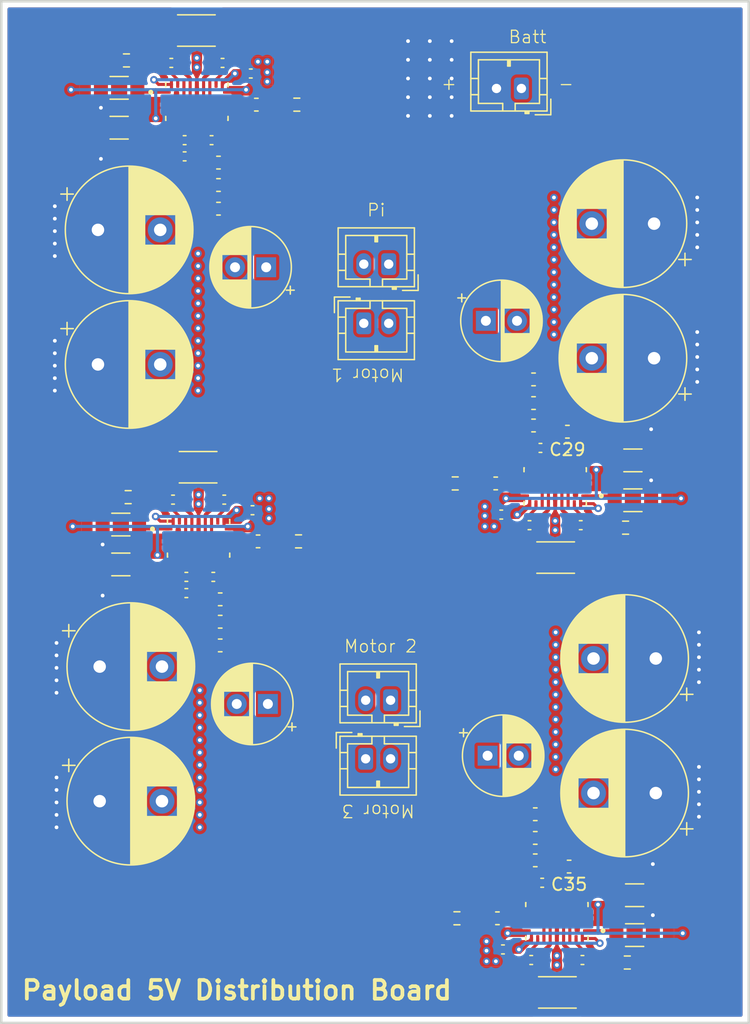
<source format=kicad_pcb>
(kicad_pcb (version 20240108) (generator "pcbnew") (generator_version "8.0")
  (layers (0 "F.Cu" signal) (1 "In1.Cu" signal) (2 "In2.Cu" signal) (31 "B.Cu" signal) (34 "B.Paste" user) (35 "F.Paste" user) (36 "B.SilkS" user "B.Silkscreen") (37 "F.SilkS" user "F.Silkscreen") (38 "B.Mask" user) (39 "F.Mask" user) (44 "Edge.Cuts" user))
  (net 0 "")
  (net 1 "Net-(U1-SW1)")
  (net 2 "Net-(U1-BOOT1)")
  (net 3 "Net-(U2-BOOT1)")
  (net 4 "Net-(U2-SW1)")
  (net 5 "Net-(U1-BOOT2)")
  (net 6 "Net-(U1-SW2)")
  (net 7 "Net-(U2-SW2)")
  (net 8 "Net-(U2-BOOT2)")
  (net 9 "BATT_V")
  (net 10 "GND")
  (net 11 "+5VM2")
  (net 12 "+5VPi")
  (net 13 "Net-(U1-COMP)")
  (net 14 "Net-(C23-Pad2)")
  (net 15 "Net-(U2-COMP)")
  (net 16 "Net-(C24-Pad2)")
  (net 17 "Net-(U1-EXTVCC)")
  (net 18 "Net-(U2-EXTVCC)")
  (net 19 "Net-(U3-SW1)")
  (net 20 "Net-(U3-BOOT1)")
  (net 21 "Net-(U3-BOOT2)")
  (net 22 "Net-(U3-SW2)")
  (net 23 "Net-(U4-BOOT1)")
  (net 24 "Net-(U4-SW1)")
  (net 25 "Net-(U4-BOOT2)")
  (net 26 "Net-(U4-SW2)")
  (net 27 "+5VM1")
  (net 28 "Net-(C44-Pad2)")
  (net 29 "Net-(U3-COMP)")
  (net 30 "+5VM3")
  (net 31 "Net-(U4-COMP)")
  (net 32 "Net-(C50-Pad2)")
  (net 33 "Net-(U3-EXTVCC)")
  (net 34 "Net-(U4-EXTVCC)")
  (net 35 "Net-(U1-EN{slash}UVLO)")
  (net 36 "Net-(U2-EN{slash}UVLO)")
  (net 37 "Net-(U1-FSW)")
  (net 38 "Net-(U2-FSW)")
  (net 39 "Net-(U3-EN{slash}UVLO)")
  (net 40 "Net-(U4-EN{slash}UVLO)")
  (net 41 "Net-(U3-FSW)")
  (net 42 "Net-(U4-FSW)")
  (footprint "Capacitor_SMD:C_0402_1005Metric" (layer "F.Cu") (at 158.28 95.85)
    (property "Reference" "C39" (hide yes))
    (property "Value" "1µF")
  )
  (footprint "Capacitor_SMD:C_0603_1608Metric" (layer "F.Cu") (at 157.8625 127.15)
    (property "Reference" "C47" (hide yes))
    (property "Value" "22µF")
  )
  (footprint "Capacitor_SMD:C_0402_1005Metric" (layer "F.Cu") (at 160.4425 95.85 180)
    (property "Reference" "C30" (hide yes))
    (property "Value" "1µF")
  )
  (footprint "Connector_JST:JST_PH_B2B-PH-K_1x02_P2.00mm_Vertical" (layer "F.Cu") (at 146.1 81.1 180)
    (property "Reference" "J5" (hide yes))
    (property "Value" "Motor Connector 3")
  )
  (footprint "Resistor_SMD:R_0603_1608Metric" (layer "F.Cu") (at 138.725 68.3)
    (property "Reference" "R8" (hide yes))
    (property "Value" "301")
  )
  (footprint "Capacitor_SMD:C_0402_1005Metric" (layer "F.Cu") (at 135.03 65.8)
    (property "Reference" "C26" (hide yes))
    (property "Value" "4.7µF")
  )
  (footprint "Resistor_SMD:R_1206_3216Metric" (layer "F.Cu") (at 124.4625 70.15 180)
    (property "Reference" "R7" (hide yes))
    (property "Value" "48.7k")
  )
  (footprint "Capacitor_SMD:C_0402_1005Metric" (layer "F.Cu") (at 158.4175 130.75)
    (property "Reference" "C45" (hide yes))
    (property "Value" "1µF")
  )
  (footprint "Resistor_SMD:R_1206_3216Metric" (layer "F.Cu") (at 165.7 100.05 180)
    (property "Reference" "R9" (hide yes))
    (property "Value" "221k")
  )
  (footprint "Capacitor_SMD:C_0402_1005Metric" (layer "F.Cu") (at 128.65 64.95)
    (property "Reference" "C2" (hide yes))
    (property "Value" "100nF")
  )
  (footprint "Capacitor_SMD:C_0402_1005Metric" (layer "F.Cu") (at 160.58 130.75 180)
    (property "Reference" "C36" (hide yes))
    (property "Value" "1µF")
  )
  (footprint "Capacitor_THT:CP_Radial_D10.0mm_P5.00mm" (layer "F.Cu") (at 122.9 124.2)
    (property "Reference" "C9" (hide yes))
    (property "Value" "82µF")
  )
  (footprint "Capacitor_SMD:C_0603_1608Metric" (layer "F.Cu") (at 135.475 68.3)
    (property "Reference" "C24" (hide yes))
    (property "Value" "56nF")
  )
  (footprint "Capacitor_SMD:C_0603_1608Metric" (layer "F.Cu") (at 157.8625 128.95)
    (property "Reference" "C46" (hide yes))
    (property "Value" "22µF")
  )
  (footprint "Capacitor_THT:CP_Radial_D6.3mm_P2.50mm" (layer "F.Cu") (at 154.03512 120.55)
    (property "Reference" "C49" (hide yes))
    (property "Value" "270µF")
  )
  (footprint "Capacitor_SMD:C_0603_1608Metric" (layer "F.Cu") (at 157.725 94.05)
    (property "Reference" "C40" (hide yes))
    (property "Value" "22µF")
  )
  (footprint "Capacitor_THT:CP_Radial_D10.0mm_P5.00mm" (layer "F.Cu") (at 167.5375 112.75 180)
    (property "Reference" "C37" (hide yes))
    (property "Value" "82µF")
  )
  (footprint "Capacitor_SMD:C_0402_1005Metric" (layer "F.Cu") (at 135.1675 100.85)
    (property "Reference" "C25" (hide yes))
    (property "Value" "4.7µF")
  )
  (footprint "Resistor_SMD:R_1206_3216Metric" (layer "F.Cu") (at 124.4625 66.95)
    (property "Reference" "R2" (hide yes))
    (property "Value" "221k")
  )
  (footprint "Capacitor_SMD:C_0603_1608Metric" (layer "F.Cu") (at 154.825 133.6 180)
    (property "Reference" "C50" (hide yes))
    (property "Value" "56nF")
  )
  (footprint "Capacitor_SMD:C_0603_1608Metric" (layer "F.Cu") (at 157.8625 125.25)
    (property "Reference" "C48" (hide yes))
    (property "Value" "22µF")
  )
  (footprint "Resistor_SMD:R_0603_1608Metric" (layer "F.Cu") (at 165.25 137.15)
    (property "Reference" "R12" (hide yes))
    (property "Value" "100k")
  )
  (footprint "Resistor_SMD:R_0603_1608Metric" (layer "F.Cu") (at 125.1875 99.8 180)
    (property "Reference" "R3" (hide yes))
    (property "Value" "100k")
  )
  (footprint "Capacitor_SMD:C_0603_1608Metric" (layer "F.Cu") (at 132.575 108 180)
    (property "Reference" "C14" (hide yes))
    (property "Value" "22µF")
  )
  (footprint "Capacitor_SMD:C_0603_1608Metric" (layer "F.Cu") (at 132.4375 72.95 180)
    (property "Reference" "C19" (hide yes))
    (property "Value" "22µF")
  )
  (footprint "Capacitor_THT:CP_Radial_D10.0mm_P5.00mm" (layer "F.Cu") (at 167.5375 123.55 180)
    (property "Reference" "C38" (hide yes))
    (property "Value" "82µF")
  )
  (footprint "Capacitor_SMD:C_0402_1005Metric" (layer "F.Cu") (at 155.1325 101.2 180)
    (property "Reference" "C51" (hide yes))
    (property "Value" "4.7µF")
  )
  (footprint "Connector_JST:JST_PH_B2B-PH-K_1x02_P2.00mm_Vertical" (layer "F.Cu") (at 144.25 120.8)
    (property "Reference" "J4" (hide yes))
    (property "Value" "Motor Connector 3" (hide yes))
  )
  (footprint "Capacitor_SMD:C_0402_1005Metric" (layer "F.Cu") (at 129.8575 106.2)
    (property "Reference" "C6" (hide yes))
    (property "Value" "1µF")
  )
  (footprint "Capacitor_SMD:C_0402_1005Metric" (layer "F.Cu") (at 155.27 136.1 180)
    (property "Reference" "C52" (hide yes))
    (property "Value" "4.7µF")
  )
  (footprint "Capacitor_SMD:C_0402_1005Metric" (layer "F.Cu") (at 131.8825 71.15 180)
    (property "Reference" "C18" (hide yes))
    (property "Value" "1µF")
  )
  (footprint "Inductor_SMD:L_Changjiang_FNR252010S" (layer "F.Cu") (at 159.6375 139.55 180)
    (property "Reference" "L4" (hide yes))
    (property "Value" "4.7µH")
  )
  (footprint "Capacitor_SMD:C_0603_1608Metric" (layer "F.Cu") (at 132.4375 76.65 180)
    (property "Reference" "C21" (hide yes))
    (property "Value" "22µF")
  )
  (footprint "Capacitor_SMD:C_0402_1005Metric" (layer "F.Cu") (at 129.72 72.45)
    (property "Reference" "C7" (hide yes))
    (property "Value" "10µF")
  )
  (footprint "Resistor_SMD:R_0603_1608Metric" (layer "F.Cu") (at 151.575 133.6 180)
    (property "Reference" "R16" (hide yes))
    (property "Value" "301")
  )
  (footprint "Connector_JST:JST_PH_B2B-PH-K_1x02_P2.00mm_Vertical" (layer "F.Cu") (at 156.75 67 180)
    (property "Reference" "J1" (hide yes))
    (property "Value" "Batt_Connector" (hide yes))
  )
  (footprint "Package_TO_SOT_SMD:CONV_TPS552892RYQR" (layer "F.Cu") (at 159.46 98.95 180)
    (property "Reference" "U3" (hide yes))
    (property "Value" "TPS552892RYQR" (hide yes))
  )
  (footprint "Package_TO_SOT_SMD:CONV_TPS552892RYQR" (layer "F.Cu") (at 159.5975 133.85 180)
    (property "Reference" "U4" (hide yes))
    (property "Value" "TPS552892RYQR" (hide yes))
  )
  (footprint "Capacitor_SMD:C_0402_1005Metric" (layer "F.Cu") (at 157.4 102.05)
    (property "Reference" "C28" (hide yes))
    (property "Value" "100nF")
  )
  (footprint "Resistor_SMD:R_0603_1608Metric" (layer "F.Cu") (at 125.05 64.75 180)
    (property "Reference" "R4" (hide yes))
    (property "Value" "100k")
  )
  (footprint "Capacitor_SMD:C_0402_1005Metric" (layer "F.Cu") (at 132.7625 64.95 180)
    (property "Reference" "C4" (hide yes))
    (property "Value" "100nF")
  )
  (footprint "Capacitor_THT:CP_Radial_D6.3mm_P2.50mm" (layer "F.Cu") (at 153.89762 85.65)
    (property "Reference" "C43" (hide yes))
    (property "Value" "270µF")
  )
  (footprint "Resistor_SMD:R_0603_1608Metric" (layer "F.Cu") (at 165.1125 102.25)
    (property "Reference" "R11" (hide yes))
    (property "Value" "100k")
  )
  (footprint "Capacitor_SMD:C_0603_1608Metric" (layer "F.Cu") (at 135.6125 103.35)
    (property "Reference" "C23" (hide yes))
    (property "Value" "56nF")
  )
  (footprint "Capacitor_SMD:C_0603_1608Metric" (layer "F.Cu") (at 160.58 129.45 180)
    (property "Reference" "C35")
    (property "Value" "10µF")
  )
  (footprint "Resistor_SMD:R_1206_3216Metric" (layer "F.Cu") (at 165.8375 134.95 180)
    (property "Reference" "R10" (hide yes))
    (property "Value" "221k")
  )
  (footprint "Capacitor_SMD:C_0402_1005Metric" (layer "F.Cu") (at 161.65 136.95 180)
    (property "Reference" "C33" (hide yes))
    (property "Value" "100nF")
  )
  (footprint "Capacitor_THT:CP_Radial_D10.0mm_P5.00mm" (layer "F.Cu") (at 167.4 77.85 180)
    (property "Reference" "C31" (hide yes))
    (property "Value" "82µF")
  )
  (footprint "Connector_JST:JST_PH_B2B-PH-K_1x02_P2.00mm_Vertical" (layer "F.Cu") (at 144.1 85.85)
    (property "Reference" "J2" (hide yes))
    (property "Value" "Motor Connector 1" (hide yes))
  )
  (footprint "Capacitor_SMD:C_0603_1608Metric" (layer "F.Cu") (at 132.575 111.7 180)
    (property "Reference" "C16" (hide yes))
    (property "Value" "22µF")
  )
  (footprint "Capacitor_SMD:C_0402_1005Metric" (layer "F.Cu") (at 129.8575 107.5)
    (property "Reference" "C5" (hide yes))
    (property "Value" "10µF")
  )
  (footprint "Capacitor_SMD:C_0402_1005Metric" (layer "F.Cu") (at 161.5125 102.05 180)
    (property "Reference" "C27" (hide yes))
    (property "Value" "100nF")
  )
  (footprint "Capacitor_SMD:C_0402_1005Metric" (layer "F.Cu") (at 132.02 106.2 180)
    (property "Reference" "C13" (hide yes))
    (property "Value" "1µF")
  )
  (footprint "Capacitor_THT:CP_Radial_D10.0mm_P5.00mm" (layer "F.Cu") (at 122.9 113.4)
    (property "Reference" "C10" (hide yes))
    (property "Value" "82µF")
  )
  (footprint "Capacitor_SMD:C_0402_1005Metric" (layer "F.Cu") (at 129.72 71.15)
    (property "Reference" "C8" (hide yes))
    (property "Value" "1µF")
  )
  (footprint "Capacitor_THT:CP_Radial_D10.0mm_P5.00mm" (layer "F.Cu") (at 122.7625 78.35)
    (property "Reference" "C12" (hide yes))
    (property "Value" "82µF")
  )
  (footprint "Resistor_SMD:R_1206_3216Metric" (layer "F.Cu") (at 165.7 96.85)
    (property "Reference" "R13" (hide yes))
    (property "Value" "48.7k")
  )
  (footprint "Capacitor_SMD:C_0603_1608Metric" (layer "F.Cu") (at 160.4425 94.55 180)
    (property "Reference" "C29")
    (property "Value" "10µF")
  )
  (footprint "Capacitor_THT:CP_Radial_D6.3mm_P2.50mm" (layer "F.Cu") (at 136.26488 81.35 180)
    (property "Reference" "C22" (hide yes))
    (property "Value" "270µF")
  )
  (footprint "Inductor_SMD:L_Changjiang_FNR252010S" (layer "F.Cu") (at 130.8 97.4)
    (property "Reference" "L1" (hide yes))
    (property "Value" "4.7µH")
  )
  (footprint "Capacitor_SMD:C_0603_1608Metric" (layer "F.Cu") (at 154.6875 98.7 180)
    (property "Reference" "C44" (hide yes))
    (property "Value" "56nF")
  )
  (footprint "Inductor_SMD:L_Changjiang_FNR252010S" (layer "F.Cu") (at 159.5 104.65 180)
    (property "Reference" "L3" (hide yes))
    (property "Value" "4.7µH")
  )
  (footprint "Capacitor_SMD:C_0402_1005Metric" (layer "F.Cu") (at 132.9 100 180)
    (property "Reference" "C3" (hide yes))
    (property "Value" "100nF")
  )
  (footprint "Resistor_SMD:R_1206_3216Metric" (layer "F.Cu") (at 124.6 102)
    (property "Reference" "R1" (hide yes))
    (property "Value" "221k")
  )
  (footprint "Capacitor_SMD:C_0603_1608Metric" (layer "F.Cu") (at 157.725 90.35)
    (property "Reference" "C42" (hide yes))
    (property "Value" "22µF")
  )
  (footprint "Capacitor_THT:CP_Radial_D6.3mm_P2.50mm" (layer "F.Cu") (at 136.40238 116.4 180)
    (property "Reference" "C17" (hide yes))
    (property "Value" "270µF")
  )
  (footprint "Capacitor_SMD:C_0603_1608Metric" (layer "F.Cu") (at 157.725 92.25)
    (property "Reference" "C41" (hide yes))
    (property "Value" "22µF")
  )
  (footprint "Inductor_SMD:L_Changjiang_FNR252010S" (layer "F.Cu") (at 130.6625 62.35)
    (property "Reference" "L2" (hide yes))
    (property "Value" "4.7µH")
  )
  (footprint "Capacitor_SMD:C_0603_1608Metric" (layer "F.Cu") (at 132.575 109.8 180)
    (property "Reference" "C15" (hide yes))
    (property "Value" "22µF")
  )
  (footprint "Capacitor_THT:CP_Radial_D10.0mm_P5.00mm" (layer "F.Cu") (at 122.7625 89.15)
    (property "Reference" "C11" (hide yes))
    (property "Value" "82µF")
  )
  (footprint "Capacitor_SMD:C_0402_1005Metric" (layer "F.Cu") (at 128.7875 100)
    (property "Reference" "C1" (hide yes))
    (property "Value" "100nF")
  )
  (footprint "Package_TO_SOT_SMD:CONV_TPS552892RYQR" (layer "F.Cu") (at 130.84 103.1)
    (property "Reference" "U1" (hide yes))
    (property "Value" "TPS552892RYQR" (hide yes))
  )
  (footprint "Capacitor_THT:CP_Radial_D10.0mm_P5.00mm" (layer "F.Cu") (at 167.4 88.65 180)
    (property "Reference" "C32" (hide yes))
    (property "Value" "82µF")
  )
  (footprint "Resistor_SMD:R_1206_3216Metric" (layer "F.Cu") (at 124.6 105.2 180)
    (property "Reference" "R5" (hide yes))
    (property "Value" "48.7k")
  )
  (footprint "Resistor_SMD:R_1206_3216Metric" (layer "F.Cu") (at 165.8375 131.75)
    (property "Reference" "R15" (hide yes))
    (property "Value" "48.7k")
  )
  (footprint "Capacitor_SMD:C_0603_1608Metric" (layer "F.Cu") (at 132.4375 74.75 180)
    (property "Reference" "C20" (hide yes))
    (property "Value" "22µF")
  )
  (footprint "Resistor_SMD:R_0603_1608Metric" (layer "F.Cu") (at 138.8625 103.35)
    (property "Reference" "R6" (hide yes))
    (property "Value" "301")
  )
  (footprint "Resistor_SMD:R_0603_1608Metric" (layer "F.Cu") (at 151.4375 98.7 180)
    (property "Reference" "R14" (hide yes))
    (property "Value" "301")
  )
  (footprint "Package_TO_SOT_SMD:CONV_TPS552892RYQR" (layer "F.Cu") (at 130.7025 68.05)
    (property "Reference" "U2" (hide yes))
    (property "Value" "TPS552892RYQR" (hide yes))
  )
  (footprint "Capacitor_SMD:C_0402_1005Metric" (layer "F.Cu") (at 157.5375 136.95)
    (property "Reference" "C34" (hide yes))
    (property "Value" "100nF")
  )
  (footprint "Connector_JST:JST_PH_B2B-PH-K_1x02_P2.00mm_Vertical" (layer "F.Cu") (at 146.25 116.1 180)
    (property "Reference" "J3" (hide yes))
    (property "Value" "Motor Connector 2" (hide yes))
  )
  (gr_rect (start 115 60) (end 175 142) (stroke (width 0.2)) (fill none) (layer "Edge.Cuts"))
  (gr_text "Motor 1" (at 147.4 89.4 180) (layer "F.SilkS") (effects (font (size 1 1) (thickness 0.1)) (justify left bottom)))
  (gr_text "+" (at 150.25 67.2 0) (layer "F.SilkS") (effects (font (size 1 1) (thickness 0.1)) (justify left bottom)))
  (gr_text "Batt" (at 155.65 63.45 0) (layer "F.SilkS") (effects (font (size 1 1) (thickness 0.1)) (justify left bottom)))
  (gr_text "Pi" (at 144.3 77.35 0) (layer "F.SilkS") (effects (font (size 1 1) (thickness 0.1)) (justify left bottom)))
  (gr_text "Motor 3" (at 148.25 124.4 180) (layer "F.SilkS") (effects (font (size 1 1) (thickness 0.1)) (justify left bottom)))
  (gr_text "Payload 5V Distribution Board" (at 116.5 140.25 0) (layer "F.SilkS") (effects (font (size 1.5 1.5) (thickness 0.3) (bold yes)) (justify left bottom)))
  (gr_text "Motor 2" (at 142.45 112.35 0) (layer "F.SilkS") (effects (font (size 1 1) (thickness 0.1)) (justify left bottom)))
  (gr_text "-" (at 159.65 67.2 0) (layer "F.SilkS") (effects (font (size 1 1) (thickness 0.1)) (justify left bottom)))
  (segment (start 129.3 101.7) (end 129.3 101.343284) (width 0.25) (layer "F.Cu") (net 2))
  (segment (start 129.3 101.343284) (end 128.3075 100.350784) (width 0.25) (layer "F.Cu") (net 2))
  (segment (start 128.3075 100.350784) (end 128.3075 100) (width 0.25) (layer "F.Cu") (net 2))
  (segment (start 129.1625 66.65) (end 129.1625 66.293284) (width 0.25) (layer "F.Cu") (net 3))
  (segment (start 128.17 65.300784) (end 128.17 64.95) (width 0.25) (layer "F.Cu") (net 3))
  (segment (start 129.1625 66.293284) (end 128.17 65.300784) (width 0.25) (layer "F.Cu") (net 3))
  (segment (start 132.38 101.343284) (end 132.38 101.7) (width 0.25) (layer "F.Cu") (net 5))
  (segment (start 133.38 100) (end 133.38 100.343284) (width 0.25) (layer "F.Cu") (net 5))
  (segment (start 133.38 100.343284) (end 132.38 101.343284) (width 0.25) (layer "F.Cu") (net 5))
  (segment (start 133.2425 65.293284) (end 132.2425 66.293284) (width 0.25) (layer "F.Cu") (net 8))
  (segment (start 132.2425 66.293284) (end 132.2425 66.65) (width 0.25) (layer "F.Cu") (net 8))
  (segment (start 133.2425 64.95) (end 133.2425 65.293284) (width 0.25) (layer "F.Cu") (net 8))
  (segment (start 123.1375 103.6) (end 123.1375 102) (width 0.2) (layer "F.Cu") (net 9))
  (segment (start 167.3 133.35) (end 167.3 134.95) (width 0.2) (layer "F.Cu") (net 9))
  (segment (start 167.1625 98.45) (end 167.1625 100.05) (width 0.2) (layer "F.Cu") (net 9))
  (segment (start 123 68.55) (end 123 66.95) (width 0.2) (layer "F.Cu") (net 9))
  (via (at 119.3 87.25) (size 0.6) (drill 0.3) (layers "F.Cu" "B.Cu") (net 9))
  (via (at 171 125.45) (size 0.6) (drill 0.3) (layers "F.Cu" "B.Cu") (net 9))
  (via (at 119.4375 123.3) (size 0.6) (drill 0.3) (layers "F.Cu" "B.Cu") (net 9))
  (via (at 147.65 64.7) (size 0.6) (drill 0.3) (layers "F.Cu" "B.Cu") (net 9))
  (via (at 119.4375 125.3) (size 0.6) (drill 0.3) (layers "F.Cu" "B.Cu") (net 9))
  (via (at 147.65 66.2) (size 0.6) (drill 0.3) (layers "F.Cu" "B.Cu") (net 9))
  (via (at 119.4375 126.3) (size 0.6) (drill 0.3) (layers "F.Cu" "B.Cu") (net 9))
  (via (at 171 124.45) (size 0.6) (drill 0.3) (layers "F.Cu" "B.Cu") (net 9))
  (via (at 119.4375 113.5) (size 0.6) (drill 0.3) (layers "F.Cu" "B.Cu") (net 9))
  (via (at 170.8625 79.75) (size 0.6) (drill 0.3) (layers "F.Cu" "B.Cu") (net 9))
  (via (at 170.8625 77.75) (size 0.6) (drill 0.3) (layers "F.Cu" "B.Cu") (net 9))
  (via (at 119.3 76.45) (size 0.6) (drill 0.3) (layers "F.Cu" "B.Cu") (net 9))
  (via (at 171 123.45) (size 0.6) (drill 0.3) (layers "F.Cu" "B.Cu") (net 9))
  (via (at 119.3 91.25) (size 0.6) (drill 0.3) (layers "F.Cu" "B.Cu") (net 9))
  (via (at 149.4 69.2) (size 0.6) (drill 0.3) (layers "F.Cu" "B.Cu") (net 9))
  (via (at 170.8625 76.75) (size 0.6) (drill 0.3) (layers "F.Cu" "B.Cu") (net 9))
  (via (at 119.3 89.25) (size 0.6) (drill 0.3) (layers "F.Cu" "B.Cu") (net 9))
  (via (at 151.15 64.7) (size 0.6) (drill 0.3) (layers "F.Cu" "B.Cu") (net 9))
  (via (at 170.8625 90.55) (size 0.6) (drill 0.3) (layers "F.Cu" "B.Cu") (net 9))
  (via (at 167.1625 98.45) (size 0.6) (drill 0.3) (layers "F.Cu" "B.Cu") (net 9))
  (via (at 170.8625 89.55) (size 0.6) (drill 0.3) (layers "F.Cu" "B.Cu") (net 9))
  (via (at 123 72.65) (size 0.6) (drill 0.3) (layers "F.Cu" "B.Cu") (net 9))
  (via (at 119.4375 115.5) (size 0.6) (drill 0.3) (layers "F.Cu" "B.Cu") (net 9))
  (via (at 171 110.65) (size 0.6) (drill 0.3) (layers "F.Cu" "B.Cu") (net 9))
  (via (at 119.4375 114.5) (size 0.6) (drill 0.3) (layers "F.Cu" "B.Cu") (net 9))
  (via (at 151.15 67.7) (size 0.6) (drill 0.3) (layers "F.Cu" "B.Cu") (net 9))
  (via (at 167.1625 94.35) (size 0.6) (drill 0.3) (layers "F.Cu" "B.Cu") (net 9))
  (via (at 123.1375 107.7) (size 0.6) (drill 0.3) (layers "F.Cu" "B.Cu") (net 9))
  (via (at 171 121.45) (size 0.6) (drill 0.3) (layers "F.Cu" "B.Cu") (net 9))
  (via (at 149.4 67.7) (size 0.6) (drill 0.3) (layers "F.Cu" "B.Cu") (net 9))
  (via (at 170.8625 75.75) (size 0.6) (drill 0.3) (layers "F.Cu" "B.Cu") (net 9))
  (via (at 119.3 78.45) (size 0.6) (drill 0.3) (layers "F.Cu" "B.Cu") (net 9))
  (via (at 119.4375 124.3) (size 0.6) (drill 0.3) (layers "F.Cu" "B.Cu") (net 9))
  (via (at 149.4 66.2) (size 0.6) (drill 0.3) (layers "F.Cu" "B.Cu") (net 9))
  (via (at 119.3 90.25) (size 0.6) (drill 0.3) (layers "F.Cu" "B.Cu") (net 9))
  (via (at 147.65 63.2) (size 0.6) (drill 0.3) (layers "F.Cu" "B.Cu") (net 9))
  (via (at 171 112.65) (size 0.6) (drill 0.3) (layers "F.Cu" "B.Cu") (net 9))
  (via (at 147.65 69.2) (size 0.6) (drill 0.3) (layers "F.Cu" "B.Cu") (net 9))
  (via (at 171 111.65) (size 0.6) (drill 0.3) (layers "F.Cu" "B.Cu") (net 9))
  (via (at 123 68.55) (size 0.6) (drill 0.3) (layers "F.Cu" "B.Cu") (net 9))
  (via (at 123.1375 103.6) (size 0.6) (drill 0.3) (layers "F.Cu" "B.Cu") (net 9))
  (via (at 151.15 69.2) (size 0.6) (drill 0.3) (layers "F.Cu" "B.Cu") (net 9))
  (via (at 119.3 79.45) (size 0.6) (drill 0.3) (layers "F.Cu" "B.Cu") (net 9))
  (via (at 119.3 80.45) (size 0.6) (drill 0.3) (layers "F.Cu" "B.Cu") (net 9))
  (via (at 147.65 67.7) (size 0.6) (drill 0.3) (layers "F.Cu" "B.Cu") (net 9))
  (via (at 149.4 64.7) (size 0.6) (drill 0.3) (layers "F.Cu" "B.Cu") (net 9))
  (via (at 170.8625 88.55) (size 0.6) (drill 0.3) (layers "F.Cu" "B.Cu") (net 9))
  (via (at 170.8625 86.55) (size 0.6) (drill 0.3) (layers "F.Cu" "B.Cu") (net 9))
  (via (at 119.4375 112.5) (size 0.6) (drill 0.3) (layers "F.Cu" "B.Cu") (net 9))
  (via (at 167.3 129.25) (size 0.6) (drill 0.3) (layers "F.Cu" "B.Cu") (net 9))
  (via (at 171 122.45) (size 0.6) (drill 0.3) (layers "F.Cu" "B.Cu") (net 9))
  (via (at 151.15 66.2) (size 0.6) (drill 0.3) (layers "F.Cu" "B.Cu") (net 9))
  (via (at 170.8625 78.75) (size 0.6) (drill 0.3) (layers "F.Cu" "B.Cu") (net 9))
  (via (at 119.3 88.25) (size 0.6) (drill 0.3) (layers "F.Cu" "B.Cu") (net 9))
  (via (at 170.8625 87.55) (size 0.6) (drill 0.3) (layers "F.Cu" "B.Cu") (net 9))
  (via (at 119.3 77.45) (size 0.6) (drill 0.3) (layers "F.Cu" "B.Cu") (net 9))
  (via (at 119.4375 111.5) (size 0.6) (drill 0.3) (layers "F.Cu" "B.Cu") (net 9))
  (via (at 119.4375 122.3) (size 0.6) (drill 0.3) (layers "F.Cu" "B.Cu") (net 9))
  (via (at 171 114.65) (size 0.6) (drill 0.3) (layers "F.Cu" "B.Cu") (net 9))
  (via (at 149.4 63.2) (size 0.6) (drill 0.3) (layers "F.Cu" "B.Cu") (net 9))
  (via (at 167.3 133.35) (size 0.6) (drill 0.3) (layers "F.Cu" "B.Cu") (net 9))
  (via (at 151.15 63.2) (size 0.6) (drill 0.3) (layers "F.Cu" "B.Cu") (net 9))
  (via (at 171 113.65) (size 0.6) (drill 0.3) (layers "F.Cu" "B.Cu") (net 9))
  (segment (start 167.1625 94.35) (end 167.1625 98.45) (width 0.2) (layer "B.Cu") (net 9))
  (segment (start 123 72.65) (end 123 68.55) (width 0.2) (layer "B.Cu") (net 9))
  (segment (start 167.3 129.25) (end 167.3 133.35) (width 0.2) (layer "B.Cu") (net 9))
  (segment (start 123.1375 107.7) (end 123.1375 103.6) (width 0.2) (layer "B.Cu") (net 9))
  (segment (start 127.5625 104.475) (end 127.5375 104.45) (width 0.25) (layer "F.Cu") (net 10))
  (segment (start 128.6625 69.425) (end 127.425 69.425) (width 0.25) (layer "F.Cu") (net 10))
  (segment (start 162.7375 97.575) (end 162.7625 97.6) (width 0.25) (layer "F.Cu") (net 10))
  (segment (start 161.6375 132.475) (end 162.875 132.475) (width 0.25) (layer "F.Cu") (net 10))
  (segment (start 161.5 97.575) (end 162.7375 97.575) (width 0.25) (layer "F.Cu") (net 10))
  (segment (start 128.8 104.475) (end 127.5625 104.475) (width 0.25) (layer "F.Cu") (net 10))
  (segment (start 127.425 69.425) (end 127.4 69.4) (width 0.25) (layer "F.Cu") (net 10))
  (segment (start 162.875 132.475) (end 162.9 132.5) (width 0.25) (layer "F.Cu") (net 10))
  (via (at 130.9375 118.3) (size 0.6) (drill 0.3) (layers "F.Cu" "B.Cu") (net 10))
  (via (at 135.7375 99.9) (size 0.6) (drill 0.3) (layers "F.Cu" "B.Cu") (net 10))
  (via (at 159.3625 76.75) (size 0.6) (drill 0.3) (layers "F.Cu" "B.Cu") (net 10))
  (via (at 154.5625 102.15) (size 0.6) (drill 0.3) (layers "F.Cu" "B.Cu") (net 10))
  (via (at 127.5375 104.45) (size 0.6) (drill 0.3) (layers "F.Cu" "B.Cu") (net 10))
  (via (at 159.5 112.65) (size 0.6) (drill 0.3) (layers "F.Cu" "B.Cu") (net 10))
  (via (at 159.5 111.65) (size 0.6) (drill 0.3) (layers "F.Cu" "B.Cu") (net 10))
  (via (at 130.8 85.25) (size 0.6) (drill 0.3) (layers "F.Cu" "B.Cu") (net 10))
  (via (at 130.8 81.25) (size 0.6) (drill 0.3) (layers "F.Cu" "B.Cu") (net 10))
  (via (at 130.8 91.25) (size 0.6) (drill 0.3) (layers "F.Cu" "B.Cu") (net 10))
  (via (at 159.3625 78.75) (size 0.6) (drill 0.3) (layers "F.Cu" "B.Cu") (net 10))
  (via (at 153.8125 101.3) (size 0.6) (drill 0.3) (layers "F.Cu" "B.Cu") (net 10))
  (via (at 130.8 87.25) (size 0.6) (drill 0.3) (layers "F.Cu" "B.Cu") (net 10))
  (via (at 159.6 136.6) (size 0.6) (drill 0.3) (layers "F.Cu" "B.Cu") (net 10))
  (via (at 159.3625 82.75) (size 0.6) (drill 0.3) (layers "F.Cu" "B.Cu") (net 10))
  (via (at 130.7 64.55) (size 0.6) (drill 0.3) (layers "F.Cu" "B.Cu") (net 10))
  (via (at 169.7 134.8) (size 0.6) (drill 0.3) (layers "F.Cu" "B.Cu") (net 10))
  (via (at 136.35 65.7) (size 0.6) (drill 0.3) (layers "F.Cu" "B.Cu") (net 10))
  (via (at 155.65 134.8) (size 0.6) (drill 0.3) (layers "F.Cu" "B.Cu") (net 10))
  (via (at 130.8 82.25) (size 0.6) (drill 0.3) (layers "F.Cu" "B.Cu") (net 10))
  (via (at 134.65 67.1) (size 0.6) (drill 0.3) (layers "F.Cu" "B.Cu") (net 10))
  (via (at 130.9375 122.3) (size 0.6) (drill 0.3) (layers "F.Cu" "B.Cu") (net 10))
  (via (at 159.3625 81.75) (size 0.6) (drill 0.3) (layers "F.Cu" "B.Cu") (net 10))
  (via (at 130.8 88.25) (size 0.6) (drill 0.3) (layers "F.Cu" "B.Cu") (net 10))
  (via (at 162.9 132.5) (size 0.6) (drill 0.3) (layers "F.Cu" "B.Cu") (net 10))
  (via (at 159.3625 86.75) (size 0.6) (drill 0.3) (layers "F.Cu" "B.Cu") (net 10))
  (via (at 130.9375 125.3) (size 0.6) (drill 0.3) (layers "F.Cu" "B.Cu") (net 10))
  (via (at 159.3625 75.75) (size 0.6) (drill 0.3) (layers "F.Cu" "B.Cu") (net 10))
  (via (at 159.6 137.35) (size 0.6) (drill 0.3) (layers "F.Cu" "B.Cu") (net 10))
  (via (at 130.9375 120.3) (size 0.6) (drill 0.3) (layers "F.Cu" "B.Cu") (net 10))
  (via (at 155.5125 99.9) (size 0.6) (drill 0.3) (layers "F.Cu" "B.Cu") (net 10))
  (via (at 130.9375 123.3) (size 0.6) (drill 0.3) (layers "F.Cu" "B.Cu") (net 10))
  (via (at 159.3625 83.75) (size 0.6) (drill 0.3) (layers "F.Cu" "B.Cu") (net 10))
  (via (at 136.4875 100.75) (size 0.6) (drill 0.3) (layers "F.Cu" "B.Cu") (net 10))
  (via (at 159.3625 84.75) (size 0.6) (drill 0.3) (layers "F.Cu" "B.Cu") (net 10))
  (via (at 159.3625 77.75) (size 0.6) (drill 0.3) (layers "F.Cu" "B.Cu") (net 10))
  (via (at 130.9375 119.3) (size 0.6) (drill 0.3) (layers "F.Cu" "B.Cu") (net 10))
  (via (at 159.5 113.65) (size 0.6) (drill 0.3) (layers "F.Cu" "B.Cu") (net 10))
  (via (at 159.5 117.65) (size 0.6) (drill 0.3) (layers "F.Cu" "B.Cu") (net 10))
  (via (at 130.8 80.25) (size 0.6) (drill 0.3) (layers "F.Cu" "B.Cu") (net 10))
  (via (at 162.7625 97.6) (size 0.6) (drill 0.3) (layers "F.Cu" "B.Cu") (net 10))
  (via (at 130.9375 117.3) (size 0.6) (drill 0.3) (layers "F.Cu" "B.Cu") (net 10))
  (via (at 154.7 137.05) (size 0.6) (drill 0.3) (layers "F.Cu" "B.Cu") (net 10))
  (via (at 136.35 64.85) (size 0.6) (drill 0.3) (layers "F.Cu" "B.Cu") (net 10))
  (via (at 120.7375 102.15) (size 0.6) (drill 0.3) (layers "F.Cu" "B.Cu") (net 10))
  (via (at 135.6 64.85) (size 0.6) (drill 0.3) (layers "F.Cu" "B.Cu") (net 10))
  (via (at 159.5 120.65) (size 0.6) (drill 0.3) (layers "F.Cu" "B.Cu") (net 10))
  (via (at 153.8125 102.15) (size 0.6) (drill 0.3) (layers "F.Cu" "B.Cu") (net 10))
  (via (at 159.4625 102.45) (size 0.6) (drill 0.3) (layers "F.Cu" "B.Cu") (net 10))
  (via (at 130.8 84.25) (size 0.6) (drill 0.3) (layers "F.Cu" "B.Cu") (net 10))
  (via (at 159.4625 101.7) (size 0.6) (drill 0.3) (layers "F.Cu" "B.Cu") (net 10))
  (via (at 159.5 110.65) (size 0.6) (drill 0.3) (layers "F.Cu" "B.Cu") (net 10))
  (via (at 153.95 136.2) (size 0.6) (drill 0.3) (layers "F.Cu" "B.Cu") (net 10))
  (via (at 136.4875 101.5) (size 0.6) (drill 0.3) (layers "F.Cu" "B.Cu") (net 10))
  (via (at 153.95 137.05) (size 0.6) (drill 0.3) (layers "F.Cu" "B.Cu") (net 10))
  (via (at 159.3625 85.75) (size 0.6) (drill 0.3) (layers "F.Cu" "B.Cu") (net 10))
  (via (at 130.8 86.25) (size 0.6) (drill 0.3) (layers "F.Cu" "B.Cu") (net 10))
  (via (at 159.5 119.65) (size 0.6) (drill 0.3) (layers "F.Cu" "B.Cu") (net 10))
  (via (at 134.7875 102.15) (size 0.6) (drill 0.3) (layers "F.Cu" "B.Cu") (net 10))
  (via (at 159.5 116.65) (size 0.6) (drill 0.3) (layers "F.Cu" "B.Cu") (net 10))
  (via (at 130.9375 116.3) (size 0.6) (drill 0.3) (layers "F.Cu" "B.Cu") (net 10))
  (via (at 153.95 135.45) (size 0.6) (drill 0.3) (layers "F.Cu" "B.Cu") (net 10))
  (via (at 159.5 114.65) (size 0.6) (drill 0.3) (layers "F.Cu" "B.Cu") (net 10))
  (via (at 136.35 66.45) (size 0.6) (drill 0.3) (layers "F.Cu" "B.Cu") (net 10))
  (via (at 130.8 90.25) (size 0.6) (drill 0.3) (layers "F.Cu" "B.Cu") (net 10))
  (via (at 159.5 118.65) (size 0.6) (drill 0.3) (layers "F.Cu" "B.Cu") (net 10))
  (via (at 130.9375 121.3) (size 0.6) (drill 0.3) (layers "F.Cu" "B.Cu") (net 10))
  (via (at 130.8375 100.35) (size 0.6) (drill 0.3) (layers "F.Cu" "B.Cu") (net 10))
  (via (at 127.4 69.4) (size 0.6) (drill 0.3) (layers "F.Cu" "B.Cu") (net 10))
  (via (at 130.7 65.3) (size 0.6) (drill 0.3) (layers "F.Cu" "B.Cu") (net 10))
  (via (at 130.9375 126.3) (size 0.6) (drill 0.3) (layers "F.Cu" "B.Cu") (net 10))
  (via (at 130.9375 124.3) (size 0.6) (drill 0.3) (layers "F.Cu" "B.Cu") (net 10))
  (via (at 130.8 89.25) (size 0.6) (drill 0.3) (layers "F.Cu" "B.Cu") (net 10))
  (via (at 159.5 121.65) (size 0.6) (drill 0.3) (layers "F.Cu" "B.Cu") (net 10))
  (via (at 169.5625 99.9) (size 0.6) (drill 0.3) (layers "F.Cu" "B.Cu") (net 10))
  (via (at 130.8375 99.6) (size 0.6) (drill 0.3) (layers "F.Cu" "B.Cu") (net 10))
  (via (at 153.8125 100.55) (size 0.6) (drill 0.3) (layers "F.Cu" "B.Cu") (net 10))
  (via (at 130.9375 115.3) (size 0.6) (drill 0.3) (layers "F.Cu" "B.Cu") (net 10))
  (via (at 120.6 67.1) (size 0.6) (drill 0.3) (layers "F.Cu" "B.Cu") (net 10))
  (via (at 130.8 83.25) (size 0.6) (drill 0.3) (layers "F.Cu" "B.Cu") (net 10))
  (via (at 136.4875 99.9) (size 0.6) (drill 0.3) (layers "F.Cu" "B.Cu") (net 10))
  (via (at 159.5 115.65) (size 0.6) (drill 0.3) (layers "F.Cu" "B.Cu") (net 10))
  (via (at 159.3625 80.75) (size 0.6) (drill 0.3) (layers "F.Cu" "B.Cu") (net 10))
  (via (at 159.3625 79.75) (size 0.6) (drill 0.3) (layers "F.Cu" "B.Cu") (net 10))
  (segment (start 162.7625 99.9) (end 169.5625 99.9) (width 0.25) (layer "B.Cu") (net 10))
  (segment (start 127.5375 104.45) (end 127.5375 102.15) (width 0.25) (layer "B.Cu") (net 10))
  (segment (start 127.5375 102.15) (end 120.7375 102.15) (width 0.25) (layer "B.Cu") (net 10))
  (segment (start 155.5125 99.9) (end 162.7625 99.9) (width 0.25) (layer "B.Cu") (net 10))
  (segment (start 162.7625 97.6) (end 162.7625 99.9) (width 0.25) (layer "B.Cu") (net 10))
  (segment (start 162.9 134.8) (end 169.7 134.8) (width 0.25) (layer "B.Cu") (net 10))
  (segment (start 134.65 67.1) (end 127.4 67.1) (width 0.25) (layer "B.Cu") (net 10))
  (segment (start 155.65 134.8) (end 162.9 134.8) (width 0.25) (layer "B.Cu") (net 10))
  (segment (start 127.4 69.4) (end 127.4 67.1) (width 0.25) (layer "B.Cu") (net 10))
  (segment (start 127.4 67.1) (end 120.6 67.1) (width 0.25) (layer "B.Cu") (net 10))
  (segment (start 162.9 132.5) (end 162.9 134.8) (width 0.25) (layer "B.Cu") (net 10))
  (segment (start 134.7875 102.15) (end 127.5375 102.15) (width 0.25) (layer "B.Cu") (net 10))
  (segment (start 133.4375 105.9) (end 134.4875 106.95) (width 0.25) (layer "F.Cu") (net 11))
  (segment (start 132.88 104.475) (end 132.88 105.3425) (width 0.25) (layer "F.Cu") (net 11))
  (segment (start 134.4875 109.2) (end 134.4875 112.1) (width 0.25) (layer "F.Cu") (net 11))
  (segment (start 134.4875 106.95) (end 134.4875 109.2) (width 0.25) (layer "F.Cu") (net 11))
  (segment (start 132.88 105.3425) (end 133.4375 105.9) (width 0.25) (layer "F.Cu") (net 11))
  (segment (start 132.855 104.5) (end 132.88 104.475) (width 0.25) (layer "F.Cu") (net 11))
  (segment (start 132.38 104.5) (end 132.855 104.5) (width 0.25) (layer "F.Cu") (net 11))
  (segment (start 132.7175 69.45) (end 132.7425 69.425) (width 0.25) (layer "F.Cu") (net 12))
  (segment (start 134.35 71.9) (end 134.35 74.15) (width 0.25) (layer "F.Cu") (net 12))
  (segment (start 134.35 74.15) (end 134.35 77.05) (width 0.25) (layer "F.Cu") (net 12))
  (segment (start 132.2425 69.45) (end 132.7175 69.45) (width 0.25) (layer "F.Cu") (net 12))
  (segment (start 132.7425 70.2925) (end 133.3 70.85) (width 0.25) (layer "F.Cu") (net 12))
  (segment (start 133.3 70.85) (end 134.35 71.9) (width 0.25) (layer "F.Cu") (net 12))
  (segment (start 132.7425 69.425) (end 132.7425 70.2925) (width 0.25) (layer "F.Cu") (net 12))
  (segment (start 134.8375 103.35) (end 133.773492 103.35) (width 0.5) (layer "F.Cu") (net 13))
  (segment (start 133.24 103.35) (end 133.773492 103.35) (width 0.25) (layer "F.Cu") (net 13))
  (segment (start 136.3875 103.35) (end 138.0375 103.35) (width 0.5) (layer "F.Cu") (net 14))
  (segment (start 133.1025 68.3) (end 133.635992 68.3) (width 0.25) (layer "F.Cu") (net 15))
  (segment (start 134.7 68.3) (end 133.635992 68.3) (width 0.5) (layer "F.Cu") (net 15))
  (segment (start 136.25 68.3) (end 137.9 68.3) (width 0.5) (layer "F.Cu") (net 16))
  (segment (start 127.7625 101.725) (end 127.7375 101.7) (width 0.25) (layer "F.Cu") (net 17))
  (segment (start 128.8 101.725) (end 127.7625 101.725) (width 0.25) (layer "F.Cu") (net 17))
  (segment (start 127.7375 101.7) (end 127.3875 101.35) (width 0.25) (layer "F.Cu") (net 17))
  (via (at 127.3875 101.35) (size 0.6) (drill 0.3) (layers "F.Cu" "B.Cu") (net 17))
  (via (at 133.8875 100.85) (size 0.6) (drill 0.3) (layers "F.Cu" "B.Cu") (net 17))
  (segment (start 133.3875 101.35) (end 127.3875 101.35) (width 0.25) (layer "B.Cu") (net 17))
  (segment (start 133.8875 100.85) (end 133.3875 101.35) (width 0.25) (layer "B.Cu") (net 17))
  (segment (start 127.625 66.675) (end 127.6 66.65) (width 0.25) (layer "F.Cu") (net 18))
  (segment (start 127.6 66.65) (end 127.25 66.3) (width 0.25) (layer "F.Cu") (net 18))
  (segment (start 128.6625 66.675) (end 127.625 66.675) (width 0.25) (layer "F.Cu") (net 18))
  (via (at 127.25 66.3) (size 0.6) (drill 0.3) (layers "F.Cu" "B.Cu") (net 18))
  (via (at 133.75 65.8) (size 0.6) (drill 0.3) (layers "F.Cu" "B.Cu") (net 18))
  (segment (start 133.75 65.8) (end 133.25 66.3) (width 0.25) (layer "B.Cu") (net 18))
  (segment (start 133.25 66.3) (end 127.25 66.3) (width 0.25) (layer "B.Cu") (net 18))
  (segment (start 161.9925 101.699216) (end 161.9925 102.05) (width 0.25) (layer "F.Cu") (net 20))
  (segment (start 161 100.706716) (end 161.9925 101.699216) (width 0.25) (layer "F.Cu") (net 20))
  (segment (start 161 100.35) (end 161 100.706716) (width 0.25) (layer "F.Cu") (net 20))
  (segment (start 156.92 101.706716) (end 157.92 100.706716) (width 0.25) (layer "F.Cu") (net 21))
  (segment (start 157.92 100.706716) (end 157.92 100.35) (width 0.25) (layer "F.Cu") (net 21))
  (segment (start 156.92 102.05) (end 156.92 101.706716) (width 0.25) (layer "F.Cu") (net 21))
  (segment (start 161.1375 135.25) (end 161.1375 135.606716) (width 0.25) (layer "F.Cu") (net 23))
  (segment (start 162.13 136.599216) (end 162.13 136.95) (width 0.25) (layer "F.Cu") (net 23))
  (segment (start 161.1375 135.606716) (end 162.13 136.599216) (width 0.25) (layer "F.Cu") (net 23))
  (segment (start 157.0575 136.95) (end 157.0575 136.606716) (width 0.25) (layer "F.Cu") (net 25))
  (segment (start 158.0575 135.606716) (end 158.0575 135.25) (width 0.25) (layer "F.Cu") (net 25))
  (segment (start 157.0575 136.606716) (end 158.0575 135.606716) (width 0.25) (layer "F.Cu") (net 25))
  (segment (start 157.42 97.575) (end 157.42 96.7075) (width 0.25) (layer "F.Cu") (net 27))
  (segment (start 155.8125 92.85) (end 155.8125 89.95) (width 0.25) (layer "F.Cu") (net 27))
  (segment (start 157.92 97.55) (end 157.445 97.55) (width 0.25) (layer "F.Cu") (net 27))
  (segment (start 157.42 96.7075) (end 156.8625 96.15) (width 0.25) (layer "F.Cu") (net 27))
  (segment (start 155.8125 95.1) (end 155.8125 92.85) (width 0.25) (layer "F.Cu") (net 27))
  (segment (start 157.445 97.55) (end 157.42 97.575) (width 0.25) (layer "F.Cu") (net 27))
  (segment (start 156.8625 96.15) (end 155.8125 95.1) (width 0.25) (layer "F.Cu") (net 27))
  (segment (start 153.9125 98.7) (end 152.2625 98.7) (width 0.5) (layer "F.Cu") (net 28))
  (segment (start 155.4625 98.7) (end 156.526508 98.7) (width 0.5) (layer "F.Cu") (net 29))
  (segment (start 157.06 98.7) (end 156.526508 98.7) (width 0.25) (layer "F.Cu") (net 29))
  (segment (start 157.5575 131.6075) (end 157 131.05) (width 0.25) (layer "F.Cu") (net 30))
  (segment (start 155.95 130) (end 155.95 127.75) (width 0.25) (layer "F.Cu") (net 30))
  (segment (start 157.5825 132.45) (end 157.5575 132.475) (width 0.25) (layer "F.Cu") (net 30))
  (segment (start 157 131.05) (end 155.95 130) (width 0.25) (layer "F.Cu") (net 30))
  (segment (start 157.5575 132.475) (end 157.5575 131.6075) (width 0.25) (layer "F.Cu") (net 30))
  (segment (start 158.0575 132.45) (end 157.5825 132.45) (width 0.25) (layer "F.Cu") (net 30))
  (segment (start 155.95 127.75) (end 155.95 124.85) (width 0.25) (layer "F.Cu") (net 30))
  (segment (start 157.1975 133.6) (end 156.664008 133.6) (width 0.25) (layer "F.Cu") (net 31))
  (segment (start 155.6 133.6) (end 156.664008 133.6) (width 0.5) (layer "F.Cu") (net 31))
  (segment (start 154.05 133.6) (end 152.4 133.6) (width 0.5) (layer "F.Cu") (net 32))
  (segment (start 161.5 100.325) (end 162.5375 100.325) (width 0.25) (layer "F.Cu") (net 33))
  (segment (start 162.5375 100.325) (end 162.5625 100.35) (width 0.25) (layer "F.Cu") (net 33))
  (segment (start 162.5625 100.35) (end 162.9125 100.7) (width 0.25) (layer "F.Cu") (net 33))
  (via (at 156.4125 101.2) (size 0.6) (drill 0.3) (layers "F.Cu" "B.Cu") (net 33))
  (via (at 162.9125 100.7) (size 0.6) (drill 0.3) (layers "F.Cu" "B.Cu") (net 33))
  (segment (start 156.4125 101.2) (end 156.9125 100.7) (width 0.25) (layer "B.Cu") (net 33))
  (segment (start 156.9125 100.7) (end 162.9125 100.7) (width 0.25) (layer "B.Cu") (net 33))
  (segment (start 161.6375 135.225) (end 162.675 135.225) (width 0.25) (layer "F.Cu") (net 34))
  (segment (start 162.675 135.225) (end 162.7 135.25) (width 0.25) (layer "F.Cu") (net 34))
  (segment (start 162.7 135.25) (end 163.05 135.6) (width 0.25) (layer "F.Cu") (net 34))
  (via (at 163.05 135.6) (size 0.6) (drill 0.3) (layers "F.Cu" "B.Cu") (net 34))
  (via (at 156.55 136.1) (size 0.6) (drill 0.3) (layers "F.Cu" "B.Cu") (net 34))
  (segment (start 156.55 136.1) (end 157.05 135.6) (width 0.25) (layer "B.Cu") (net 34))
  (segment (start 157.05 135.6) (end 163.05 135.6) (width 0.25) (layer "B.Cu") (net 34))
  (segment (start 126.0625 99.85) (end 126.0125 99.8) (width 0.25) (layer "F.Cu") (net 35))
  (segment (start 126.0625 102) (end 126.0625 99.85) (width 0.25) (layer "F.Cu") (net 35))
  (segment (start 126.0625 99.9625) (end 126.225 99.8) (width 0.25) (layer "F.Cu") (net 35))
  (segment (start 126.4125 102.35) (end 126.0625 102) (width 0.25) (layer "F.Cu") (net 35))
  (segment (start 128.44 102.35) (end 126.4125 102.35) (width 0.25) (layer "F.Cu") (net 35))
  (segment (start 128.3025 67.3) (end 126.275 67.3) (width 0.25) (layer "F.Cu") (net 36))
  (segment (start 125.925 66.95) (end 125.925 64.8) (width 0.25) (layer "F.Cu") (net 36))
  (segment (start 126.275 67.3) (end 125.925 66.95) (width 0.25) (layer "F.Cu") (net 36))
  (segment (start 125.925 64.9125) (end 126.0875 64.75) (width 0.25) (layer "F.Cu") (net 36))
  (segment (start 125.925 64.8) (end 125.875 64.75) (width 0.25) (layer "F.Cu") (net 36))
  (segment (start 129.3 104.82136) (end 129.02136 105.1) (width 0.2) (layer "F.Cu") (net 37))
  (segment (start 129.3 104.5) (end 129.3 104.82136) (width 0.2) (layer "F.Cu") (net 37))
  (segment (start 129.02136 105.1) (end 126.1625 105.1) (width 0.2) (layer "F.Cu") (net 37))
  (segment (start 126.1625 105.1) (end 126.0625 105.2) (width 0.2) (layer "F.Cu") (net 37))
  (segment (start 126.025 70.05) (end 125.925 70.15) (width 0.2) (layer "F.Cu") (net 38))
  (segment (start 129.1625 69.77136) (end 128.88386 70.05) (width 0.2) (layer "F.Cu") (net 38))
  (segment (start 129.1625 69.45) (end 129.1625 69.77136) (width 0.2) (layer "F.Cu") (net 38))
  (segment (start 128.88386 70.05) (end 126.025 70.05) (width 0.2) (layer "F.Cu") (net 38))
  (segment (start 164.2375 102.0875) (end 164.075 102.25) (width 0.25) (layer "F.Cu") (net 39))
  (segment (start 164.2375 100.05) (end 164.2375 102.2) (width 0.25) (layer "F.Cu") (net 39))
  (segment (start 161.86 99.7) (end 163.8875 99.7) (width 0.25) (layer "F.Cu") (net 39))
  (segment (start 164.2375 102.2) (end 164.2875 102.25) (width 0.25) (layer "F.Cu") (net 39))
  (segment (start 163.8875 99.7) (end 164.2375 100.05) (width 0.25) (layer "F.Cu") (net 39))
  (segment (start 164.025 134.6) (end 164.375 134.95) (width 0.25) (layer "F.Cu") (net 40))
  (segment (start 161.9975 134.6) (end 164.025 134.6) (width 0.25) (layer "F.Cu") (net 40))
  (segment (start 164.375 134.95) (end 164.375 137.1) (width 0.25) (layer "F.Cu") (net 40))
  (segment (start 164.375 136.9875) (end 164.2125 137.15) (width 0.25) (layer "F.Cu") (net 40))
  (segment (start 164.375 137.1) (end 164.425 137.15) (width 0.25) (layer "F.Cu") (net 40))
  (segment (start 161.27864 96.95) (end 164.1375 96.95) (width 0.2) (layer "F.Cu") (net 41))
  (segment (start 164.1375 96.95) (end 164.2375 96.85) (width 0.2) (layer "F.Cu") (net 41))
  (segment (start 161 97.22864) (end 161.27864 96.95) (width 0.2) (layer "F.Cu") (net 41))
  (segment (start 161 97.55) (end 161 97.22864) (width 0.2) (layer "F.Cu") (net 41))
  (segment (start 161.1375 132.12864) (end 161.41614 131.85) (width 0.2) (layer "F.Cu") (net 42))
  (segment (start 161.1375 132.45) (end 161.1375 132.12864) (width 0.2) (layer "F.Cu") (net 42))
  (segment (start 164.275 131.85) (end 164.375 131.75) (width 0.2) (layer "F.Cu") (net 42))
  (segment (start 161.41614 131.85) (end 164.275 131.85) (width 0.2) (layer "F.Cu") (net 42))
  (zone (net 10) (net_name "GND") (layer "F.Cu") (priority 4) (connect_pads yes (clearance 0.25)) (min_thickness 0.25) (fill yes (thermal_gap 0.5) (thermal_bridge_width 0.5))
    (polygon (pts (xy 130.4375 100.8) (xy 131.2375 100.8) (xy 131.2375 99.15) (xy 130.4375 99.15)))
  )
  (zone (net 34) (net_name "Net-(U4-EXTVCC)") (layer "F.Cu") (priority 7) (connect_pads yes (clearance 0.25)) (min_thickness 0.25) (fill yes (thermal_gap 0.5) (thermal_bridge_width 0.5))
    (polygon (pts (xy 156 135) (xy 155.45 135.8) (xy 155.45 136.45) (xy 156.75 136.45) (xy 157.7 135.55) (xy 157.7 135)))
  )
  (zone (net 30) (net_name "+5VM3") (layer "F.Cu") (priority 5) (connect_pads yes (clearance 0.25)) (min_thickness 0.25) (fill yes (thermal_gap 0.5) (thermal_bridge_width 0.5))
    (polygon (pts (xy 158.7 132.35) (xy 158.7 131.9) (xy 158.25 131.1) (xy 158.25 130.45) (xy 157.55 129.4) (xy 157.55 124.75) (xy 155 121.5) (xy 155 118.65) (xy 149.5 118.65) (xy 149.5 124.15) (xy 154.55 124.15) (xy 155.35 124.75) (xy 156 125.25) (xy 156.4 125.55) (xy 156.4 129.65) (xy 157.05 130.45) (xy 157.3 130.75) (xy 157.6 131.15) (xy 157.9 131.5) (xy 158.25 131.9) (xy 158.4 132.1) (xy 158.4 132.35)))
  )
  (zone (net 10) (net_name "GND") (layer "F.Cu") (priority 1) (connect_pads yes (clearance 0.25)) (min_thickness 0.25) (fill yes (thermal_gap 0.5) (thermal_bridge_width 0.5))
    (polygon (pts (xy 124.8375 100.3) (xy 124.8375 99.3) (xy 119.4375 99.3) (xy 119.4375 106.4) (xy 121.4375 106.4) (xy 121.4375 100.3)))
  )
  (zone (net 10) (net_name "GND") (layer "F.Cu") (priority 8) (connect_pads yes (clearance 0.25)) (min_thickness 0.25) (fill yes (thermal_gap 0.5) (thermal_bridge_width 0.5))
    (polygon (pts (xy 154.9625 100.7) (xy 154.9625 102.55) (xy 153.4125 102.55) (xy 153.4125 100.2) (xy 154.2625 100.2) (xy 154.2625 100.7)))
  )
  (zone (net 10) (net_name "GND") (layer "F.Cu") (priority 3) (connect_pads yes (clearance 0.25)) (min_thickness 0.25) (fill yes (thermal_gap 0.5) (thermal_bridge_width 0.5))
    (polygon (pts (xy 129.9 70.75) (xy 129.9 72.75) (xy 126 76.15) (xy 126 95.05) (xy 134.8 95.05) (xy 134.8 80.4) (xy 132.15 77.15) (xy 132.1 72.45) (xy 131.7 71.45) (xy 131.7 70.75)))
  )
  (zone (net 10) (net_name "GND") (layer "F.Cu") (connect_pads yes (clearance 0.25)) (min_thickness 0.25) (fill yes (thermal_gap 0.5) (thermal_bridge_width 0.5))
    (polygon (pts (xy 160.4 131.15) (xy 159.75 132.2) (xy 159.75 136.65) (xy 159.45 136.65) (xy 159.45 132.2) (xy 158.6 131.15)))
  )
  (zone (net 10) (net_name "GND") (layer "F.Cu") (priority 8) (connect_pads yes (clearance 0.25)) (min_thickness 0.25) (fill yes (thermal_gap 0.5) (thermal_bridge_width 0.5))
    (polygon (pts (xy 155.1 135.6) (xy 155.1 137.45) (xy 153.55 137.45) (xy 153.55 135.1) (xy 154.4 135.1) (xy 154.4 135.6)))
  )
  (zone (net 10) (net_name "GND") (layer "F.Cu") (priority 7) (connect_pads yes (clearance 0.25)) (min_thickness 0.25) (fill yes (thermal_gap 0.5) (thermal_bridge_width 0.5))
    (polygon (pts (xy 132.9375 101.85) (xy 141.1375 101.85) (xy 141.1375 104.5) (xy 139.0375 104.5) (xy 139.0375 102.5) (xy 132.9375 102.5)))
  )
  (zone (net 9) (net_name "BATT_V") (layer "F.Cu") (priority 2) (connect_pads yes (clearance 0.25)) (min_thickness 0.25) (fill yes (thermal_gap 0.5) (thermal_bridge_width 0.5))
    (polygon (pts (xy 129.2625 70.85) (xy 129.2625 72.75) (xy 124.3125 76) (xy 124.3125 95) (xy 117.6625 95.05) (xy 117.6625 72.05) (xy 126.5125 72.1) (xy 129.3125 70.1) (xy 129.5 69.55) (xy 129.8 69.55) (xy 129.7625 70.05)))
  )
  (zone (net 22) (net_name "Net-(U3-SW2)") (layer "F.Cu") (priority 3) (connect_pads yes (clearance 0.25)) (min_thickness 0.25) (fill yes (thermal_gap 0.5) (thermal_bridge_width 0.5))
    (polygon (pts (xy 158.7625 100.55) (xy 158.6625 100.85) (xy 158.2625 101.2) (xy 157.9625 101.25) (xy 157.6125 101.75) (xy 157.6125 106.15) (xy 159.3625 106.15) (xy 159.3625 103.25) (xy 158.7625 103.1) (xy 158.8125 101.3) (xy 159.1125 100.75) (xy 159.1125 100.55)))
  )
  (zone (net 27) (net_name "+5VM1") (layer "F.Cu") (priority 5) (connect_pads yes (clearance 0.25)) (min_thickness 0.25) (fill yes (thermal_gap 0.5) (thermal_bridge_width 0.5))
    (polygon (pts (xy 158.5625 97.45) (xy 158.5625 97) (xy 158.1125 96.2) (xy 158.1125 95.55) (xy 157.4125 94.5) (xy 157.4125 89.85) (xy 154.8625 86.6) (xy 154.8625 83.75) (xy 149.3625 83.75) (xy 149.3625 89.25) (xy 154.4125 89.25) (xy 155.2125 89.85) (xy 155.8625 90.35) (xy 156.2625 90.65) (xy 156.2625 94.75) (xy 156.9125 95.55) (xy 157.1625 95.85) (xy 157.4625 96.25) (xy 157.7625 96.6) (xy 158.1125 97) (xy 158.2625 97.2) (xy 158.2625 97.45)))
  )
  (zone (net 9) (net_name "BATT_V") (layer "F.Cu") (priority 2) (connect_pads yes (clearance 0.25)) (min_thickness 0.25) (fill yes (thermal_gap 0.5) (thermal_bridge_width 0.5))
    (polygon (pts (xy 161.0375 131.05) (xy 161.0375 129.15) (xy 165.9875 125.9) (xy 165.9875 106.9) (xy 172.6375 106.85) (xy 172.6375 129.85) (xy 163.7875 129.8) (xy 160.9875 131.8) (xy 160.8 132.35) (xy 160.5 132.35) (xy 160.5375 131.85)))
  )
  (zone (net 1) (net_name "Net-(U1-SW1)") (layer "F.Cu") (priority 3) (connect_pads yes (clearance 0.25)) (min_thickness 0.25) (fill yes (thermal_gap 0.5) (thermal_bridge_width 0.5))
    (polygon (pts (xy 130.1375 101.5) (xy 130.0375 101.2) (xy 129.6375 100.85) (xy 129.3375 100.8) (xy 128.9875 100.3) (xy 128.9875 95.9) (xy 130.7375 95.9) (xy 130.7375 98.8) (xy 130.1375 98.95) (xy 130.1875 100.75) (xy 130.4875 101.3) (xy 130.4875 101.5)))
  )
  (zone (net 10) (net_name "GND") (layer "F.Cu") (priority 2) (connect_pads yes (clearance 0.25)) (min_thickness 0.25) (fill yes (thermal_gap 0.5) (thermal_bridge_width 0.5))
    (polygon (pts (xy 166.5625 95.95) (xy 168.8625 95.95) (xy 168.8625 97.75) (xy 166.5625 97.75)))
  )
  (zone (net 10) (net_name "GND") (layer "F.Cu") (priority 2) (connect_pads yes (clearance 0.25)) (min_thickness 0.25) (fill yes (thermal_gap 0.5) (thermal_bridge_width 0.5))
    (polygon (pts (xy 123.6 71.05) (xy 121.3 71.05) (xy 121.3 69.25) (xy 123.6 69.25)))
  )
  (zone (net 10) (net_name "GND") (layer "F.Cu") (priority 8) (connect_pads yes (clearance 0.25)) (min_thickness 0.25) (fill yes (thermal_gap 0.5) (thermal_bridge_width 0.5))
    (polygon (pts (xy 135.2 66.3) (xy 135.2 64.45) (xy 136.75 64.45) (xy 136.75 66.8) (xy 135.9 66.8) (xy 135.9 66.3)))
  )
  (zone (net 10) (net_name "GND") (layer "F.Cu") (priority 1) (connect_pads yes (clearance 0.25)) (min_thickness 0.25) (fill yes (thermal_gap 0.5) (thermal_bridge_width 0.5))
    (polygon (pts (xy 124.7 65.25) (xy 124.7 64.25) (xy 119.3 64.25) (xy 119.3 71.35) (xy 121.3 71.35) (xy 121.3 65.25)))
  )
  (zone (net 7) (net_name "Net-(U2-SW2)") (layer "F.Cu") (priority 3) (connect_pads yes (clearance 0.25)) (min_thickness 0.25) (fill yes (thermal_gap 0.5) (thermal_bridge_width 0.5))
    (polygon (pts (xy 131.4 66.45) (xy 131.5 66.15) (xy 131.9 65.8) (xy 132.2 65.75) (xy 132.55 65.25) (xy 132.55 60.85) (xy 130.8 60.85) (xy 130.8 63.75) (xy 131.4 63.9) (xy 131.35 65.7) (xy 131.05 66.25) (xy 131.05 66.45)))
  )
  (zone (net 10) (net_name "GND") (layer "F.Cu") (connect_pads yes (clearance 0.25)) (min_thickness 0.25) (fill yes (thermal_gap 0.5) (thermal_bridge_width 0.5))
    (polygon (pts (xy 130.0375 105.8) (xy 130.6875 104.75) (xy 130.6875 100.3) (xy 130.9875 100.3) (xy 130.9875 104.75) (xy 131.8375 105.8)))
  )
  (zone (net 18) (net_name "Net-(U2-EXTVCC)") (layer "F.Cu") (priority 7) (connect_pads yes (clearance 0.25)) (min_thickness 0.25) (fill yes (thermal_gap 0.5) (thermal_bridge_width 0.5))
    (polygon (pts (xy 134.3 66.9) (xy 134.85 66.1) (xy 134.85 65.45) (xy 133.55 65.45) (xy 132.6 66.35) (xy 132.6 66.9)))
  )
  (zone (net 9) (net_name "BATT_V") (layer "F.Cu") (priority 10) (connect_pads yes (clearance 0.25)) (min_thickness 0.25) (fill yes (thermal_gap 0.5) (thermal_bridge_width 0.5))
    (polygon (pts (xy 155.4 69.95) (xy 146.65 69.95) (xy 146.65 62.45) (xy 155.4 62.45)))
  )
  (zone (net 10) (net_name "GND") (layer "F.Cu") (priority 3) (connect_pads yes (clearance 0.25)) (min_thickness 0.25) (fill yes (thermal_gap 0.5) (thermal_bridge_width 0.5))
    (polygon (pts (xy 160.4 131.15) (xy 160.4 129.15) (xy 164.3 125.75) (xy 164.3 106.85) (xy 155.5 106.85) (xy 155.5 121.5) (xy 158.15 124.75) (xy 158.2 129.45) (xy 158.6 130.45) (xy 158.6 131.15)))
  )
  (zone (net 10) (net_name "GND") (layer "F.Cu") (priority 4) (connect_pads yes (clearance 0.25)) (min_thickness 0.25) (fill yes (thermal_gap 0.5) (thermal_bridge_width 0.5))
    (polygon (pts (xy 160 136.15) (xy 159.2 136.15) (xy 159.2 137.8) (xy 160 137.8)))
  )
  (zone (net 10) (net_name "GND") (layer "F.Cu") (priority 1) (connect_pads yes (clearance 0.25)) (min_thickness 0.25) (fill yes (thermal_gap 0.5) (thermal_bridge_width 0.5))
    (polygon (pts (xy 165.4625 101.75) (xy 165.4625 102.75) (xy 170.8625 102.75) (xy 170.8625 95.65) (xy 168.8625 95.65) (xy 168.8625 101.75)))
  )
  (zone (net 10) (net_name "GND") (layer "F.Cu") (priority 2) (connect_pads yes (clearance 0.25)) (min_thickness 0.25) (fill yes (thermal_gap 0.5) (thermal_bridge_width 0.5))
    (polygon (pts (xy 166.7 130.85) (xy 169 130.85) (xy 169 132.65) (xy 166.7 132.65)))
  )
  (zone (net 6) (net_name "Net-(U1-SW2)") (layer "F.Cu") (priority 3) (connect_pads yes (clearance 0.25)) (min_thickness 0.25) (fill yes (thermal_gap 0.5) (thermal_bridge_width 0.5))
    (polygon (pts (xy 131.5375 101.5) (xy 131.6375 101.2) (xy 132.0375 100.85) (xy 132.3375 100.8) (xy 132.6875 100.3) (xy 132.6875 95.9) (xy 130.9375 95.9) (xy 130.9375 98.8) (xy 131.5375 98.95) (xy 131.4875 100.75) (xy 131.1875 101.3) (xy 131.1875 101.5)))
  )
  (zone (net 24) (net_name "Net-(U4-SW1)") (layer "F.Cu") (priority 3) (connect_pads yes (clearance 0.25)) (min_thickness 0.25) (fill yes (thermal_gap 0.5) (thermal_bridge_width 0.5))
    (polygon (pts (xy 160.3 135.45) (xy 160.4 135.75) (xy 160.8 136.1) (xy 161.1 136.15) (xy 161.45 136.65) (xy 161.45 141.05) (xy 159.7 141.05) (xy 159.7 138.15) (xy 160.3 138) (xy 160.25 136.2) (xy 159.95 135.65) (xy 159.95 135.45)))
  )
  (zone (net 30) (net_name "+5VM3") (layer "F.Cu") (priority 6) (connect_pads yes (clearance 0.25)) (min_thickness 0.25) (fill yes (thermal_gap 0.5) (thermal_bridge_width 0.5))
    (polygon (pts (xy 149.5 118.65) (xy 145.4 119.7) (xy 145.4 121.8) (xy 149.5 124.15)))
  )
  (zone (net 12) (net_name "+5VPi") (layer "F.Cu") (priority 6) (connect_pads yes (clearance 0.25)) (min_thickness 0.25) (fill yes (thermal_gap 0.5) (thermal_bridge_width 0.5))
    (polygon (pts (xy 140.8 83.25) (xy 144.9 82.2) (xy 144.9 80.1) (xy 140.8 77.75)))
  )
  (zone (net 10) (net_name "GND") (layer "F.Cu") (priority 7) (connect_pads yes (clearance 0.25)) (min_thickness 0.25) (fill yes (thermal_gap 0.5) (thermal_bridge_width 0.5))
    (polygon (pts (xy 132.8 66.8) (xy 141 66.8) (xy 141 69.45) (xy 138.9 69.45) (xy 138.9 67.45) (xy 132.8 67.45)))
  )
  (zone (net 10) (net_name "GND") (layer "F.Cu") (connect_pads yes (clearance 0.25)) (min_thickness 0.25) (fill yes (thermal_gap 0.5) (thermal_bridge_width 0.5))
    (polygon (pts (xy 129.9 70.75) (xy 130.55 69.7) (xy 130.55 65.25) (xy 130.85 65.25) (xy 130.85 69.7) (xy 131.7 70.75)))
  )
  (zone (net 10) (net_name "GND") (layer "F.Cu") (priority 3) (connect_pads yes (clearance 0.25)) (min_thickness 0.25) (fill yes (thermal_gap 0.5) (thermal_bridge_width 0.5))
    (polygon (pts (xy 160.2625 96.25) (xy 160.2625 94.25) (xy 164.1625 90.85) (xy 164.1625 71.95) (xy 155.3625 71.95) (xy 155.3625 86.6) (xy 158.0125 89.85) (xy 158.0625 94.55) (xy 158.4625 95.55) (xy 158.4625 96.25)))
  )
  (zone (net 26) (net_name "Net-(U4-SW2)") (layer "F.Cu") (priority 3) (connect_pads yes (clearance 0.25)) (min_thickness 0.25) (fill yes (thermal_gap 0.5) (thermal_bridge_width 0.5))
    (polygon (pts (xy 158.9 135.45) (xy 158.8 135.75) (xy 158.4 136.1) (xy 158.1 136.15) (xy 157.75 136.65) (xy 157.75 141.05) (xy 159.5 141.05) (xy 159.5 138.15) (xy 158.9 138) (xy 158.95 136.2) (xy 159.25 135.65) (xy 159.25 135.45)))
  )
  (zone (net 9) (net_name "BATT_V") (layer "F.Cu") (priority 2) (connect_pads yes (clearance 0.25)) (min_thickness 0.25) (fill yes (thermal_gap 0.5) (thermal_bridge_width 0.5))
    (polygon (pts (xy 129.4 105.9) (xy 129.4 107.8) (xy 124.45 111.05) (xy 124.45 130.05) (xy 117.8 130.1) (xy 117.8 107.1) (xy 126.65 107.15) (xy 129.45 105.15) (xy 129.6375 104.6) (xy 129.9375 104.6) (xy 129.9 105.1)))
  )
  (zone (net 11) (net_name "+5VM2") (layer "F.Cu") (priority 5) (connect_pads yes (clearance 0.25)) (min_thickness 0.25) (fill yes (thermal_gap 0.5) (thermal_bridge_width 0.5))
    (polygon (pts (xy 131.7375 104.6) (xy 131.7375 105.05) (xy 132.1875 105.85) (xy 132.1875 106.5) (xy 132.8875 107.55) (xy 132.8875 112.2) (xy 135.4375 115.45) (xy 135.4375 118.3) (xy 140.9375 118.3) (xy 140.9375 112.8) (xy 135.8875 112.8) (xy 135.0875 112.2) (xy 134.4375 111.7) (xy 134.0375 111.4) (xy 134.0375 107.3) (xy 133.3875 106.5) (xy 133.1375 106.2) (xy 132.8375 105.8) (xy 132.5375 105.45) (xy 132.1875 105.05) (xy 132.0375 104.85) (xy 132.0375 104.6)))
  )
  (zone (net 33) (net_name "Net-(U3-EXTVCC)") (layer "F.Cu") (priority 7) (connect_pads yes (clearance 0.25)) (min_thickness 0.25) (fill yes (thermal_gap 0.5) (thermal_bridge_width 0.5))
    (polygon (pts (xy 155.8625 100.1) (xy 155.3125 100.9) (xy 155.3125 101.55) (xy 156.6125 101.55) (xy 157.5625 100.65) (xy 157.5625 100.1)))
  )
  (zone (net 9) (net_name "BATT_V") (layer "F.Cu") (priority 2) (connect_pads yes (clearance 0.25)) (min_thickness 0.25) (fill yes (thermal_gap 0.5) (thermal_bridge_width 0.5))
    (polygon (pts (xy 160.9 96.15) (xy 160.9 94.25) (xy 165.85 91) (xy 165.85 72) (xy 172.5 71.95) (xy 172.5 94.95) (xy 163.65 94.9) (xy 160.85 96.9) (xy 160.6625 97.45) (xy 160.3625 97.45) (xy 160.4 96.95)))
  )
  (zone (net 11) (net_name "+5VM2") (layer "F.Cu") (priority 6) (connect_pads yes (clearance 0.25)) (min_thickness 0.25) (fill yes (thermal_gap 0.5) (thermal_bridge_width 0.5))
    (polygon (pts (xy 140.9375 118.3) (xy 145.0375 117.25) (xy 145.0375 115.15) (xy 140.9375 112.8)))
  )
  (zone (net 10) (net_name "GND") (layer "F.Cu") (priority 7) (connect_pads yes (clearance 0.25)) (min_thickness 0.25) (fill yes (thermal_gap 0.5) (thermal_bridge_width 0.5))
    (polygon (pts (xy 157.5 135.1) (xy 149.3 135.1) (xy 149.3 132.45) (xy 151.4 132.45) (xy 151.4 134.45) (xy 157.5 134.45)))
  )
  (zone (net 12) (net_name "+5VPi") (layer "F.Cu") (priority 5) (connect_pads yes (clearance 0.25)) (min_thickness 0.25) (fill yes (thermal_gap 0.5) (thermal_bridge_width 0.5))
    (polygon (pts (xy 131.6 69.55) (xy 131.6 70) (xy 132.05 70.8) (xy 132.05 71.45) (xy 132.75 72.5) (xy 132.75 77.15) (xy 135.3 80.4) (xy 135.3 83.25) (xy 140.8 83.25) (xy 140.8 77.75) (xy 135.75 77.75) (xy 134.95 77.15) (xy 134.3 76.65) (xy 133.9 76.35) (xy 133.9 72.25) (xy 133.25 71.45) (xy 133 71.15) (xy 132.7 70.75) (xy 132.4 70.4) (xy 132.05 70) (xy 131.9 69.8) (xy 131.9 69.55)))
  )
  (zone (net 10) (net_name "GND") (layer "F.Cu") (priority 4) (connect_pads yes (clearance 0.25)) (min_thickness 0.25) (fill yes (thermal_gap 0.5) (thermal_bridge_width 0.5))
    (polygon (pts (xy 130.3 65.75) (xy 131.1 65.75) (xy 131.1 64.1) (xy 130.3 64.1)))
  )
  (zone (net 4) (net_name "Net-(U2-SW1)") (layer "F.Cu") (priority 3) (connect_pads yes (clearance 0.25)) (min_thickness 0.25) (fill yes (thermal_gap 0.5) (thermal_bridge_width 0.5))
    (polygon (pts (xy 130 66.45) (xy 129.9 66.15) (xy 129.5 65.8) (xy 129.2 65.75) (xy 128.85 65.25) (xy 128.85 60.85) (xy 130.6 60.85) (xy 130.6 63.75) (xy 130 63.9) (xy 130.05 65.7) (xy 130.35 66.25) (xy 130.35 66.45)))
  )
  (zone (net 10) (net_name "GND") (layer "F.Cu") (connect_pads yes (clearance 0.25)) (min_thickness 0.25) (fill yes (thermal_gap 0.5) (thermal_bridge_width 0.5))
    (polygon (pts (xy 160.2625 96.25) (xy 159.6125 97.3) (xy 159.6125 101.75) (xy 159.3125 101.75) (xy 159.3125 97.3) (xy 158.4625 96.25)))
  )
  (zone (net 10) (net_name "GND") (layer "F.Cu") (priority 2) (connect_pads yes (clearance 0.25)) (min_thickness 0.25) (fill yes (thermal_gap 0.5) (thermal_bridge_width 0.5))
    (polygon (pts (xy 123.7375 106.1) (xy 121.4375 106.1) (xy 121.4375 104.3) (xy 123.7375 104.3)))
  )
  (zone (net 10) (net_name "GND") (layer "F.Cu") (priority 8) (connect_pads yes (clearance 0.25)) (min_thickness 0.25) (fill yes (thermal_gap 0.5) (thermal_bridge_width 0.5))
    (polygon (pts (xy 135.3375 101.35) (xy 135.3375 99.5) (xy 136.8875 99.5) (xy 136.8875 101.85) (xy 136.0375 101.85) (xy 136.0375 101.35)))
  )
  (zone (net 10) (net_name "GND") (layer "F.Cu") (priority 4) (connect_pads yes (clearance 0.25)) (min_thickness 0.25) (fill yes (thermal_gap 0.5) (thermal_bridge_width 0.5))
    (polygon (pts (xy 159.8625 101.25) (xy 159.0625 101.25) (xy 159.0625 102.9) (xy 159.8625 102.9)))
  )
  (zone (net 19) (net_name "Net-(U3-SW1)") (layer "F.Cu") (priority 3) (connect_pads yes (clearance 0.25)) (min_thickness 0.25) (fill yes (thermal_gap 0.5) (thermal_bridge_width 0.5))
    (polygon (pts (xy 160.1625 100.55) (xy 160.2625 100.85) (xy 160.6625 101.2) (xy 160.9625 101.25) (xy 161.3125 101.75) (xy 161.3125 106.15) (xy 159.5625 106.15) (xy 159.5625 103.25) (xy 160.1625 103.1) (xy 160.1125 101.3) (xy 159.8125 100.75) (xy 159.8125 100.55)))
  )
  (zone (net 10) (net_name "GND") (layer "F.Cu") (priority 1) (connect_pads yes (clearance 0.25)) (min_thickness 0.25) (fill yes (thermal_gap 0.5) (thermal_bridge_width 0.5))
    (polygon (pts (xy 165.6 136.65) (xy 165.6 137.65) (xy 171 137.65) (xy 171 130.55) (xy 169 130.55) (xy 169 136.65)))
  )
  (zone (net 10) (net_name "GND") (layer "F.Cu") (priority 7) (connect_pads yes (clearance 0.25)) (min_thickness 0.25) (fill yes (thermal_gap 0.5) (thermal_bridge_width 0.5))
    (polygon (pts (xy 157.3625 100.2) (xy 149.1625 100.2) (xy 149.1625 97.55) (xy 151.2625 97.55) (xy 151.2625 99.55) (xy 157.3625 99.55)))
  )
  (zone (net 10) (net_name "GND") (layer "F.Cu") (priority 3) (connect_pads yes (clearance 0.25)) (min_thickness 0.25) (fill yes (thermal_gap 0.5) (thermal_bridge_width 0.5))
    (polygon (pts (xy 130.0375 105.8) (xy 130.0375 107.8) (xy 126.1375 111.2) (xy 126.1375 130.1) (xy 134.9375 130.1) (xy 134.9375 115.45) (xy 132.2875 112.2) (xy 132.2375 107.5) (xy 131.8375 106.5) (xy 131.8375 105.8)))
  )
  (zone (net 17) (net_name "Net-(U1-EXTVCC)") (layer "F.Cu") (priority 7) (connect_pads yes (clearance 0.25)) (min_thickness 0.25) (fill yes (thermal_gap 0.5) (thermal_bridge_width 0.5))
    (polygon (pts (xy 134.4375 101.95) (xy 134.9875 101.15) (xy 134.9875 100.5) (xy 133.6875 100.5) (xy 132.7375 101.4) (xy 132.7375 101.95)))
  )
  (zone (net 27) (net_name "+5VM1") (layer "F.Cu") (priority 6) (connect_pads yes (clearance 0.25)) (min_thickness 0.25) (fill yes (thermal_gap 0.5) (thermal_bridge_width 0.5))
    (polygon (pts (xy 149.3625 83.75) (xy 145.2625 84.8) (xy 145.2625 86.9) (xy 149.3625 89.25)))
  )
  (zone (net 10) (net_name "GND") (layers "F.Cu" "In1.Cu") (connect_pads yes (clearance 0.25)) (min_thickness 0.25) (fill yes (thermal_gap 0.5) (thermal_bridge_width 0.5))
    (polygon (pts (xy 115.5 60.5) (xy 174.5 60.5) (xy 174.5 141.5) (xy 115.5 141.5)))
  )
  (zone (net 9) (net_name "BATT_V") (layers "In2.Cu" "B.Cu") (priority 9) (connect_pads yes (clearance 0.25)) (min_thickness 0.25) (fill yes (thermal_gap 0.5) (thermal_bridge_width 0.5))
    (polygon (pts (xy 115.5 60.5) (xy 174.5 60.5) (xy 174.5 141.5) (xy 115.5 141.5)))
  )
)
</source>
